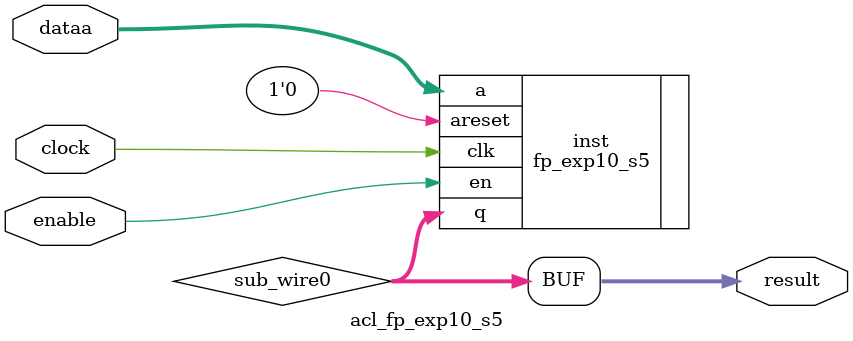
<source format=v>
`timescale 1 ps / 1 ps
module acl_fp_exp10_s5 (
	enable,
	clock,
	dataa,
	result);

	input	  enable;
	input	  clock;
	input	[31:0]  dataa;
	output	[31:0]  result;

	wire [31:0] sub_wire0;
	wire [31:0] result = sub_wire0[31:0];

  fp_exp10_s5 inst(
        .a(dataa),
        .en(enable),
        .q(sub_wire0),
        .clk(clock),
        .areset(1'b0)
        );

endmodule

</source>
